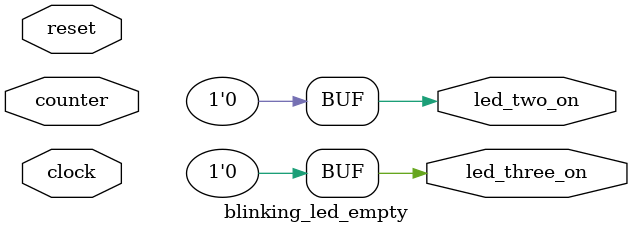
<source format=sv>

`timescale 1 ps / 1 ps
`default_nettype none

module blinking_led_empty (

   // clock
   input wire clock,
   input wire reset,
   input wire [31:0] counter,


   // Control signals for the LEDs
   output wire led_two_on,
   output wire led_three_on

);


   // LED is active low
   assign  led_two_on  = 1'b0;
   assign  led_three_on  = 1'b0;

endmodule

</source>
